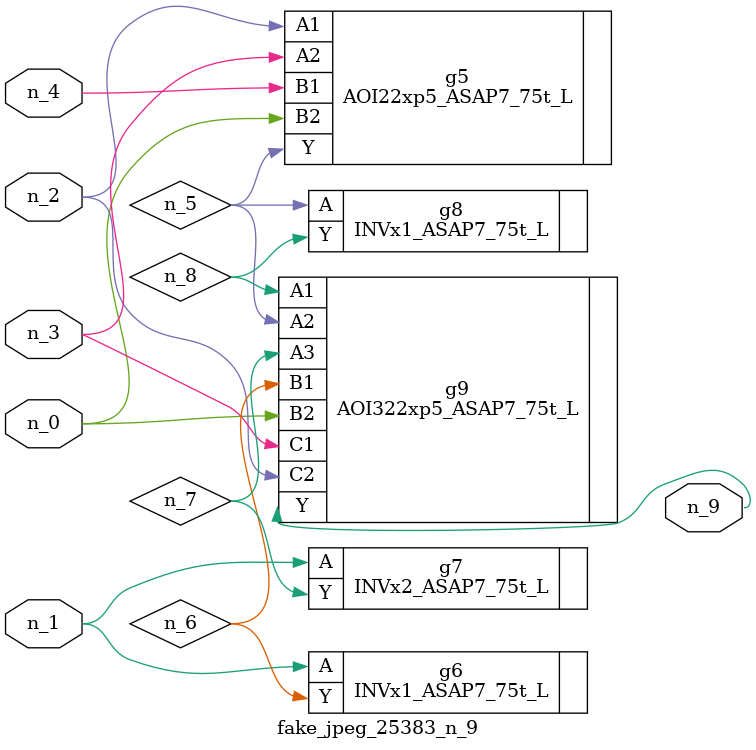
<source format=v>
module fake_jpeg_25383_n_9 (n_3, n_2, n_1, n_0, n_4, n_9);

input n_3;
input n_2;
input n_1;
input n_0;
input n_4;

output n_9;

wire n_8;
wire n_6;
wire n_5;
wire n_7;

AOI22xp5_ASAP7_75t_L g5 ( 
.A1(n_2),
.A2(n_3),
.B1(n_4),
.B2(n_0),
.Y(n_5)
);

INVx1_ASAP7_75t_L g6 ( 
.A(n_1),
.Y(n_6)
);

INVx2_ASAP7_75t_L g7 ( 
.A(n_1),
.Y(n_7)
);

INVx1_ASAP7_75t_L g8 ( 
.A(n_5),
.Y(n_8)
);

AOI322xp5_ASAP7_75t_L g9 ( 
.A1(n_8),
.A2(n_5),
.A3(n_7),
.B1(n_6),
.B2(n_0),
.C1(n_3),
.C2(n_2),
.Y(n_9)
);


endmodule
</source>
